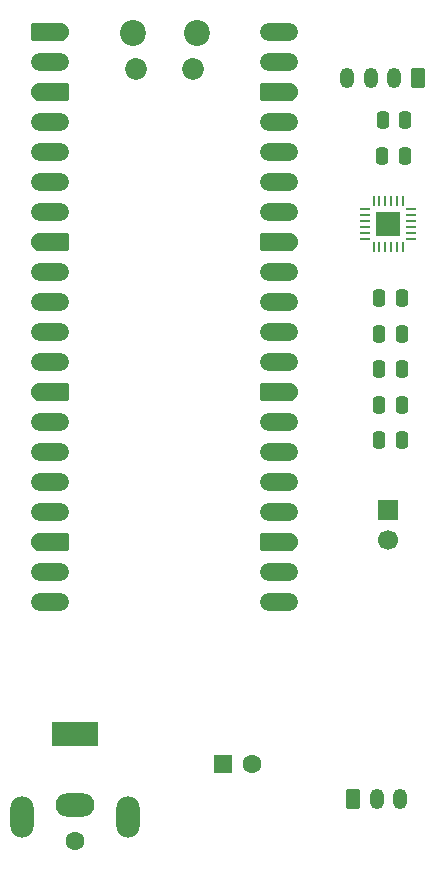
<source format=gbr>
%TF.GenerationSoftware,KiCad,Pcbnew,9.0.6-9.0.6~ubuntu22.04.1*%
%TF.CreationDate,2025-11-25T00:54:22+02:00*%
%TF.ProjectId,pico,7069636f-2e6b-4696-9361-645f70636258,1*%
%TF.SameCoordinates,Original*%
%TF.FileFunction,Soldermask,Top*%
%TF.FilePolarity,Negative*%
%FSLAX46Y46*%
G04 Gerber Fmt 4.6, Leading zero omitted, Abs format (unit mm)*
G04 Created by KiCad (PCBNEW 9.0.6-9.0.6~ubuntu22.04.1) date 2025-11-25 00:54:22*
%MOMM*%
%LPD*%
G01*
G04 APERTURE LIST*
G04 Aperture macros list*
%AMRoundRect*
0 Rectangle with rounded corners*
0 $1 Rounding radius*
0 $2 $3 $4 $5 $6 $7 $8 $9 X,Y pos of 4 corners*
0 Add a 4 corners polygon primitive as box body*
4,1,4,$2,$3,$4,$5,$6,$7,$8,$9,$2,$3,0*
0 Add four circle primitives for the rounded corners*
1,1,$1+$1,$2,$3*
1,1,$1+$1,$4,$5*
1,1,$1+$1,$6,$7*
1,1,$1+$1,$8,$9*
0 Add four rect primitives between the rounded corners*
20,1,$1+$1,$2,$3,$4,$5,0*
20,1,$1+$1,$4,$5,$6,$7,0*
20,1,$1+$1,$6,$7,$8,$9,0*
20,1,$1+$1,$8,$9,$2,$3,0*%
%AMFreePoly0*
4,1,37,0.800000,0.796148,0.878414,0.796148,1.032228,0.765552,1.177117,0.705537,1.307515,0.618408,1.418408,0.507515,1.505537,0.377117,1.565552,0.232228,1.596148,0.078414,1.596148,-0.078414,1.565552,-0.232228,1.505537,-0.377117,1.418408,-0.507515,1.307515,-0.618408,1.177117,-0.705537,1.032228,-0.765552,0.878414,-0.796148,0.800000,-0.796148,0.800000,-0.800000,-1.400000,-0.800000,
-1.403843,-0.796157,-1.439018,-0.796157,-1.511114,-0.766294,-1.566294,-0.711114,-1.596157,-0.639018,-1.596157,-0.603843,-1.600000,-0.600000,-1.600000,0.600000,-1.596157,0.603843,-1.596157,0.639018,-1.566294,0.711114,-1.511114,0.766294,-1.439018,0.796157,-1.403843,0.796157,-1.400000,0.800000,0.800000,0.800000,0.800000,0.796148,0.800000,0.796148,$1*%
%AMFreePoly1*
4,1,37,1.403843,0.796157,1.439018,0.796157,1.511114,0.766294,1.566294,0.711114,1.596157,0.639018,1.596157,0.603843,1.600000,0.600000,1.600000,-0.600000,1.596157,-0.603843,1.596157,-0.639018,1.566294,-0.711114,1.511114,-0.766294,1.439018,-0.796157,1.403843,-0.796157,1.400000,-0.800000,-0.800000,-0.800000,-0.800000,-0.796148,-0.878414,-0.796148,-1.032228,-0.765552,-1.177117,-0.705537,
-1.307515,-0.618408,-1.418408,-0.507515,-1.505537,-0.377117,-1.565552,-0.232228,-1.596148,-0.078414,-1.596148,0.078414,-1.565552,0.232228,-1.505537,0.377117,-1.418408,0.507515,-1.307515,0.618408,-1.177117,0.705537,-1.032228,0.765552,-0.878414,0.796148,-0.800000,0.796148,-0.800000,0.800000,1.400000,0.800000,1.403843,0.796157,1.403843,0.796157,$1*%
G04 Aperture macros list end*
%ADD10RoundRect,0.250000X-0.550000X-0.550000X0.550000X-0.550000X0.550000X0.550000X-0.550000X0.550000X0*%
%ADD11C,1.600000*%
%ADD12C,1.700000*%
%ADD13R,1.700000X1.700000*%
%ADD14RoundRect,0.250000X0.250000X0.475000X-0.250000X0.475000X-0.250000X-0.475000X0.250000X-0.475000X0*%
%ADD15RoundRect,0.250000X0.350000X0.625000X-0.350000X0.625000X-0.350000X-0.625000X0.350000X-0.625000X0*%
%ADD16O,1.200000X1.750000*%
%ADD17RoundRect,0.250000X-0.350000X-0.625000X0.350000X-0.625000X0.350000X0.625000X-0.350000X0.625000X0*%
%ADD18C,2.200000*%
%ADD19C,1.850000*%
%ADD20FreePoly0,0.000000*%
%ADD21RoundRect,0.800000X-0.800000X-0.000010X0.800000X-0.000010X0.800000X0.000010X-0.800000X0.000010X0*%
%ADD22FreePoly1,0.000000*%
%ADD23RoundRect,0.250000X-0.250000X-0.475000X0.250000X-0.475000X0.250000X0.475000X-0.250000X0.475000X0*%
%ADD24RoundRect,0.062500X-0.375000X-0.062500X0.375000X-0.062500X0.375000X0.062500X-0.375000X0.062500X0*%
%ADD25RoundRect,0.062500X-0.062500X-0.375000X0.062500X-0.375000X0.062500X0.375000X-0.062500X0.375000X0*%
%ADD26R,2.100000X2.100000*%
%ADD27R,4.000000X2.000000*%
%ADD28O,3.300000X2.000000*%
%ADD29O,2.000000X3.500000*%
G04 APERTURE END LIST*
D10*
%TO.C,C6*%
X120000000Y-115000000D03*
D11*
X122500000Y-115000000D03*
%TD*%
D12*
%TO.C,J4*%
X134000000Y-96040000D03*
D13*
X134000000Y-93500000D03*
%TD*%
D14*
%TO.C,R3*%
X135450000Y-60500000D03*
X133550000Y-60500000D03*
%TD*%
%TO.C,R2*%
X135400000Y-63500000D03*
X133500000Y-63500000D03*
%TD*%
D15*
%TO.C,J3*%
X136500000Y-56950000D03*
D16*
X134500000Y-56950000D03*
X132500000Y-56950000D03*
X130500000Y-56950000D03*
%TD*%
D17*
%TO.C,J2*%
X131000000Y-118000000D03*
D16*
X133000000Y-118000000D03*
X135000000Y-118000000D03*
%TD*%
D18*
%TO.C,A1*%
X112350000Y-53130000D03*
D19*
X112650000Y-56160000D03*
X117500000Y-56160000D03*
D18*
X117800000Y-53130000D03*
D20*
X105385000Y-53000000D03*
D21*
X105385000Y-55540000D03*
D22*
X105385000Y-58080000D03*
D21*
X105385000Y-60620000D03*
X105385000Y-63160000D03*
X105385000Y-65700000D03*
X105385000Y-68240000D03*
D22*
X105385000Y-70780000D03*
D21*
X105385000Y-73320000D03*
X105385000Y-75860000D03*
X105385000Y-78400000D03*
X105385000Y-80940000D03*
D22*
X105385000Y-83480000D03*
D21*
X105385000Y-86020000D03*
X105385000Y-88560000D03*
X105385000Y-91100000D03*
X105385000Y-93640000D03*
D22*
X105385000Y-96180000D03*
D21*
X105385000Y-98720000D03*
X105385000Y-101260000D03*
X124765000Y-101260000D03*
X124765000Y-98720000D03*
D20*
X124765000Y-96180000D03*
D21*
X124765000Y-93640000D03*
X124765000Y-91100000D03*
X124765000Y-88560000D03*
X124765000Y-86020000D03*
D20*
X124765000Y-83480000D03*
D21*
X124765000Y-80940000D03*
X124765000Y-78400000D03*
X124765000Y-75860000D03*
X124765000Y-73320000D03*
D20*
X124765000Y-70780000D03*
D21*
X124765000Y-68240000D03*
X124765000Y-65700000D03*
X124765000Y-63160000D03*
X124765000Y-60620000D03*
D20*
X124765000Y-58080000D03*
D21*
X124765000Y-55540000D03*
X124765000Y-53000000D03*
%TD*%
D23*
%TO.C,R1*%
X133250000Y-87587500D03*
X135150000Y-87587500D03*
%TD*%
%TO.C,C2*%
X133250000Y-78557500D03*
X135150000Y-78557500D03*
%TD*%
%TO.C,C4*%
X133250000Y-84577500D03*
X135150000Y-84577500D03*
%TD*%
D24*
%TO.C,U1*%
X132062500Y-68050000D03*
X132062500Y-68550000D03*
X132062500Y-69050000D03*
X132062500Y-69550000D03*
X132062500Y-70050000D03*
X132062500Y-70550000D03*
D25*
X132750000Y-71237500D03*
X133250000Y-71237500D03*
X133750000Y-71237500D03*
X134250000Y-71237500D03*
X134750000Y-71237500D03*
X135250000Y-71237500D03*
D24*
X135937500Y-70550000D03*
X135937500Y-70050000D03*
X135937500Y-69550000D03*
X135937500Y-69050000D03*
X135937500Y-68550000D03*
X135937500Y-68050000D03*
D25*
X135250000Y-67362500D03*
X134750000Y-67362500D03*
X134250000Y-67362500D03*
X133750000Y-67362500D03*
X133250000Y-67362500D03*
X132750000Y-67362500D03*
D26*
X134000000Y-69300000D03*
%TD*%
D23*
%TO.C,C1*%
X133250000Y-75547500D03*
X135150000Y-75547500D03*
%TD*%
%TO.C,C3*%
X133250000Y-81567500D03*
X135150000Y-81567500D03*
%TD*%
D11*
%TO.C,J1*%
X107500000Y-121500000D03*
D27*
X107500000Y-112500000D03*
D28*
X107500000Y-118500000D03*
D29*
X103000000Y-119500000D03*
X112000000Y-119500000D03*
%TD*%
M02*

</source>
